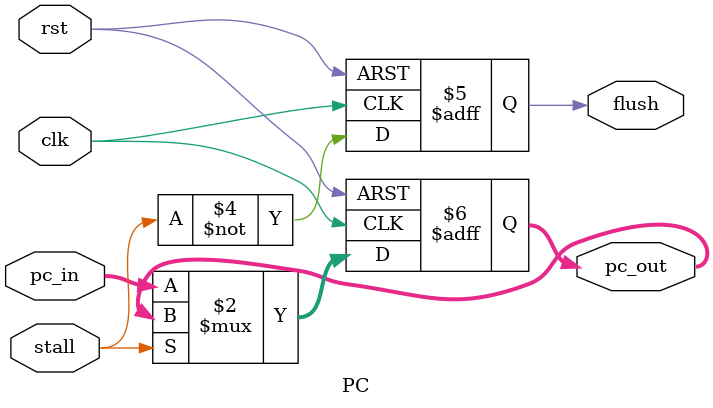
<source format=v>
module PC (
    input clk,
    input rst,
    input stall,
    input [31:0] pc_in,
    output reg [31:0]pc_out,
    output reg flush
);

always@(posedge clk or posedge rst)begin
    if(rst)
        pc_out <= 32'b0;
    else
        pc_out <= (stall) ? pc_out :pc_in;
end

always@(posedge clk or posedge rst) begin
    if(rst)
        flush <= 1'b1;
    else 
        flush <= ~stall;
end


endmodule 

</source>
